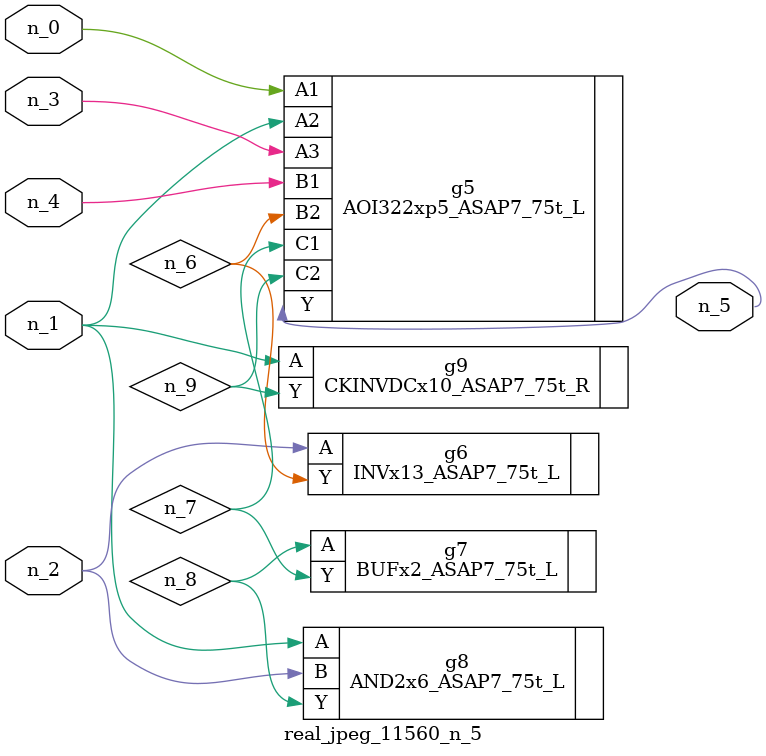
<source format=v>
module real_jpeg_11560_n_5 (n_4, n_0, n_1, n_2, n_3, n_5);

input n_4;
input n_0;
input n_1;
input n_2;
input n_3;

output n_5;

wire n_8;
wire n_6;
wire n_7;
wire n_9;

AOI322xp5_ASAP7_75t_L g5 ( 
.A1(n_0),
.A2(n_1),
.A3(n_3),
.B1(n_4),
.B2(n_6),
.C1(n_7),
.C2(n_9),
.Y(n_5)
);

AND2x6_ASAP7_75t_L g8 ( 
.A(n_1),
.B(n_2),
.Y(n_8)
);

CKINVDCx10_ASAP7_75t_R g9 ( 
.A(n_1),
.Y(n_9)
);

INVx13_ASAP7_75t_L g6 ( 
.A(n_2),
.Y(n_6)
);

BUFx2_ASAP7_75t_L g7 ( 
.A(n_8),
.Y(n_7)
);


endmodule
</source>
